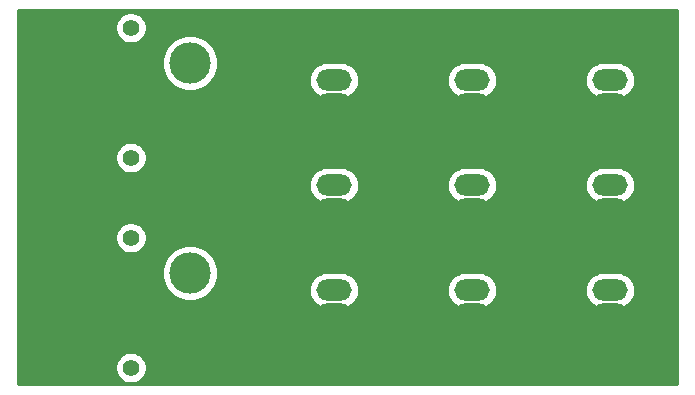
<source format=gbr>
%TF.GenerationSoftware,KiCad,Pcbnew,(5.1.9)-1*%
%TF.CreationDate,2021-11-23T19:16:45+00:00*%
%TF.ProjectId,BT2.0-parallel-board,4254322e-302d-4706-9172-616c6c656c2d,rev?*%
%TF.SameCoordinates,Original*%
%TF.FileFunction,Copper,L2,Bot*%
%TF.FilePolarity,Positive*%
%FSLAX46Y46*%
G04 Gerber Fmt 4.6, Leading zero omitted, Abs format (unit mm)*
G04 Created by KiCad (PCBNEW (5.1.9)-1) date 2021-11-23 19:16:45*
%MOMM*%
%LPD*%
G01*
G04 APERTURE LIST*
%TA.AperFunction,ComponentPad*%
%ADD10C,3.500000*%
%TD*%
%TA.AperFunction,ComponentPad*%
%ADD11R,3.500000X3.500000*%
%TD*%
%TA.AperFunction,ComponentPad*%
%ADD12C,1.400000*%
%TD*%
%TA.AperFunction,ComponentPad*%
%ADD13O,3.000000X1.800000*%
%TD*%
%TA.AperFunction,Conductor*%
%ADD14C,0.254000*%
%TD*%
%TA.AperFunction,Conductor*%
%ADD15C,0.100000*%
%TD*%
G04 APERTURE END LIST*
D10*
%TO.P,J11,2*%
%TO.N,VCC*%
X91440000Y-104220000D03*
D11*
%TO.P,J11,1*%
%TO.N,GND*%
X91440000Y-109220000D03*
D12*
%TO.P,J11,*%
%TO.N,*%
X86440000Y-101220000D03*
X86440000Y-112220000D03*
%TD*%
D13*
%TO.P,J9,1*%
%TO.N,GND*%
X127000000Y-125460000D03*
%TO.P,J9,2*%
%TO.N,VCC*%
X127000000Y-123460000D03*
%TD*%
%TO.P,J8,1*%
%TO.N,GND*%
X115316000Y-125460000D03*
%TO.P,J8,2*%
%TO.N,VCC*%
X115316000Y-123460000D03*
%TD*%
%TO.P,J7,1*%
%TO.N,GND*%
X103632000Y-125460000D03*
%TO.P,J7,2*%
%TO.N,VCC*%
X103632000Y-123460000D03*
%TD*%
%TO.P,J6,1*%
%TO.N,GND*%
X127000000Y-116570000D03*
%TO.P,J6,2*%
%TO.N,VCC*%
X127000000Y-114570000D03*
%TD*%
%TO.P,J5,1*%
%TO.N,GND*%
X115316000Y-116570000D03*
%TO.P,J5,2*%
%TO.N,VCC*%
X115316000Y-114570000D03*
%TD*%
%TO.P,J4,1*%
%TO.N,GND*%
X103632000Y-116570000D03*
%TO.P,J4,2*%
%TO.N,VCC*%
X103632000Y-114570000D03*
%TD*%
%TO.P,J3,1*%
%TO.N,GND*%
X127000000Y-107680000D03*
%TO.P,J3,2*%
%TO.N,VCC*%
X127000000Y-105680000D03*
%TD*%
%TO.P,J2,1*%
%TO.N,GND*%
X115316000Y-107680000D03*
%TO.P,J2,2*%
%TO.N,VCC*%
X115316000Y-105680000D03*
%TD*%
%TO.P,J1,1*%
%TO.N,GND*%
X103632000Y-107680000D03*
%TO.P,J1,2*%
%TO.N,VCC*%
X103632000Y-105680000D03*
%TD*%
D10*
%TO.P,J10,2*%
%TO.N,VCC*%
X91440000Y-122000000D03*
D11*
%TO.P,J10,1*%
%TO.N,GND*%
X91440000Y-127000000D03*
D12*
%TO.P,J10,*%
%TO.N,*%
X86440000Y-119000000D03*
X86440000Y-130000000D03*
%TD*%
D14*
%TO.N,GND*%
X132665001Y-131395000D02*
X76885000Y-131395000D01*
X76885000Y-129868514D01*
X85105000Y-129868514D01*
X85105000Y-130131486D01*
X85156304Y-130389405D01*
X85256939Y-130632359D01*
X85403038Y-130851013D01*
X85588987Y-131036962D01*
X85807641Y-131183061D01*
X86050595Y-131283696D01*
X86308514Y-131335000D01*
X86571486Y-131335000D01*
X86829405Y-131283696D01*
X87072359Y-131183061D01*
X87291013Y-131036962D01*
X87476962Y-130851013D01*
X87623061Y-130632359D01*
X87723696Y-130389405D01*
X87775000Y-130131486D01*
X87775000Y-129868514D01*
X87723696Y-129610595D01*
X87623061Y-129367641D01*
X87476962Y-129148987D01*
X87291013Y-128963038D01*
X87072359Y-128816939D01*
X86829405Y-128716304D01*
X86571486Y-128665000D01*
X86308514Y-128665000D01*
X86050595Y-128716304D01*
X85807641Y-128816939D01*
X85588987Y-128963038D01*
X85403038Y-129148987D01*
X85256939Y-129367641D01*
X85156304Y-129610595D01*
X85105000Y-129868514D01*
X76885000Y-129868514D01*
X76885000Y-121765098D01*
X89055000Y-121765098D01*
X89055000Y-122234902D01*
X89146654Y-122695679D01*
X89326440Y-123129721D01*
X89587450Y-123520349D01*
X89919651Y-123852550D01*
X90310279Y-124113560D01*
X90744321Y-124293346D01*
X91205098Y-124385000D01*
X91674902Y-124385000D01*
X92135679Y-124293346D01*
X92569721Y-124113560D01*
X92960349Y-123852550D01*
X93292550Y-123520349D01*
X93332874Y-123460000D01*
X101489573Y-123460000D01*
X101519210Y-123760913D01*
X101606983Y-124050261D01*
X101749519Y-124316927D01*
X101941339Y-124550661D01*
X102175073Y-124742481D01*
X102441739Y-124885017D01*
X102731087Y-124972790D01*
X102956592Y-124995000D01*
X104307408Y-124995000D01*
X104532913Y-124972790D01*
X104822261Y-124885017D01*
X105088927Y-124742481D01*
X105322661Y-124550661D01*
X105514481Y-124316927D01*
X105657017Y-124050261D01*
X105744790Y-123760913D01*
X105774427Y-123460000D01*
X113173573Y-123460000D01*
X113203210Y-123760913D01*
X113290983Y-124050261D01*
X113433519Y-124316927D01*
X113625339Y-124550661D01*
X113859073Y-124742481D01*
X114125739Y-124885017D01*
X114415087Y-124972790D01*
X114640592Y-124995000D01*
X115991408Y-124995000D01*
X116216913Y-124972790D01*
X116506261Y-124885017D01*
X116772927Y-124742481D01*
X117006661Y-124550661D01*
X117198481Y-124316927D01*
X117341017Y-124050261D01*
X117428790Y-123760913D01*
X117458427Y-123460000D01*
X124857573Y-123460000D01*
X124887210Y-123760913D01*
X124974983Y-124050261D01*
X125117519Y-124316927D01*
X125309339Y-124550661D01*
X125543073Y-124742481D01*
X125809739Y-124885017D01*
X126099087Y-124972790D01*
X126324592Y-124995000D01*
X127675408Y-124995000D01*
X127900913Y-124972790D01*
X128190261Y-124885017D01*
X128456927Y-124742481D01*
X128690661Y-124550661D01*
X128882481Y-124316927D01*
X129025017Y-124050261D01*
X129112790Y-123760913D01*
X129142427Y-123460000D01*
X129112790Y-123159087D01*
X129025017Y-122869739D01*
X128882481Y-122603073D01*
X128690661Y-122369339D01*
X128456927Y-122177519D01*
X128190261Y-122034983D01*
X127900913Y-121947210D01*
X127675408Y-121925000D01*
X126324592Y-121925000D01*
X126099087Y-121947210D01*
X125809739Y-122034983D01*
X125543073Y-122177519D01*
X125309339Y-122369339D01*
X125117519Y-122603073D01*
X124974983Y-122869739D01*
X124887210Y-123159087D01*
X124857573Y-123460000D01*
X117458427Y-123460000D01*
X117428790Y-123159087D01*
X117341017Y-122869739D01*
X117198481Y-122603073D01*
X117006661Y-122369339D01*
X116772927Y-122177519D01*
X116506261Y-122034983D01*
X116216913Y-121947210D01*
X115991408Y-121925000D01*
X114640592Y-121925000D01*
X114415087Y-121947210D01*
X114125739Y-122034983D01*
X113859073Y-122177519D01*
X113625339Y-122369339D01*
X113433519Y-122603073D01*
X113290983Y-122869739D01*
X113203210Y-123159087D01*
X113173573Y-123460000D01*
X105774427Y-123460000D01*
X105744790Y-123159087D01*
X105657017Y-122869739D01*
X105514481Y-122603073D01*
X105322661Y-122369339D01*
X105088927Y-122177519D01*
X104822261Y-122034983D01*
X104532913Y-121947210D01*
X104307408Y-121925000D01*
X102956592Y-121925000D01*
X102731087Y-121947210D01*
X102441739Y-122034983D01*
X102175073Y-122177519D01*
X101941339Y-122369339D01*
X101749519Y-122603073D01*
X101606983Y-122869739D01*
X101519210Y-123159087D01*
X101489573Y-123460000D01*
X93332874Y-123460000D01*
X93553560Y-123129721D01*
X93733346Y-122695679D01*
X93825000Y-122234902D01*
X93825000Y-121765098D01*
X93733346Y-121304321D01*
X93553560Y-120870279D01*
X93292550Y-120479651D01*
X92960349Y-120147450D01*
X92569721Y-119886440D01*
X92135679Y-119706654D01*
X91674902Y-119615000D01*
X91205098Y-119615000D01*
X90744321Y-119706654D01*
X90310279Y-119886440D01*
X89919651Y-120147450D01*
X89587450Y-120479651D01*
X89326440Y-120870279D01*
X89146654Y-121304321D01*
X89055000Y-121765098D01*
X76885000Y-121765098D01*
X76885000Y-118868514D01*
X85105000Y-118868514D01*
X85105000Y-119131486D01*
X85156304Y-119389405D01*
X85256939Y-119632359D01*
X85403038Y-119851013D01*
X85588987Y-120036962D01*
X85807641Y-120183061D01*
X86050595Y-120283696D01*
X86308514Y-120335000D01*
X86571486Y-120335000D01*
X86829405Y-120283696D01*
X87072359Y-120183061D01*
X87291013Y-120036962D01*
X87476962Y-119851013D01*
X87623061Y-119632359D01*
X87723696Y-119389405D01*
X87775000Y-119131486D01*
X87775000Y-118868514D01*
X87723696Y-118610595D01*
X87623061Y-118367641D01*
X87476962Y-118148987D01*
X87291013Y-117963038D01*
X87072359Y-117816939D01*
X86829405Y-117716304D01*
X86571486Y-117665000D01*
X86308514Y-117665000D01*
X86050595Y-117716304D01*
X85807641Y-117816939D01*
X85588987Y-117963038D01*
X85403038Y-118148987D01*
X85256939Y-118367641D01*
X85156304Y-118610595D01*
X85105000Y-118868514D01*
X76885000Y-118868514D01*
X76885000Y-114570000D01*
X101489573Y-114570000D01*
X101519210Y-114870913D01*
X101606983Y-115160261D01*
X101749519Y-115426927D01*
X101941339Y-115660661D01*
X102175073Y-115852481D01*
X102441739Y-115995017D01*
X102731087Y-116082790D01*
X102956592Y-116105000D01*
X104307408Y-116105000D01*
X104532913Y-116082790D01*
X104822261Y-115995017D01*
X105088927Y-115852481D01*
X105322661Y-115660661D01*
X105514481Y-115426927D01*
X105657017Y-115160261D01*
X105744790Y-114870913D01*
X105774427Y-114570000D01*
X113173573Y-114570000D01*
X113203210Y-114870913D01*
X113290983Y-115160261D01*
X113433519Y-115426927D01*
X113625339Y-115660661D01*
X113859073Y-115852481D01*
X114125739Y-115995017D01*
X114415087Y-116082790D01*
X114640592Y-116105000D01*
X115991408Y-116105000D01*
X116216913Y-116082790D01*
X116506261Y-115995017D01*
X116772927Y-115852481D01*
X117006661Y-115660661D01*
X117198481Y-115426927D01*
X117341017Y-115160261D01*
X117428790Y-114870913D01*
X117458427Y-114570000D01*
X124857573Y-114570000D01*
X124887210Y-114870913D01*
X124974983Y-115160261D01*
X125117519Y-115426927D01*
X125309339Y-115660661D01*
X125543073Y-115852481D01*
X125809739Y-115995017D01*
X126099087Y-116082790D01*
X126324592Y-116105000D01*
X127675408Y-116105000D01*
X127900913Y-116082790D01*
X128190261Y-115995017D01*
X128456927Y-115852481D01*
X128690661Y-115660661D01*
X128882481Y-115426927D01*
X129025017Y-115160261D01*
X129112790Y-114870913D01*
X129142427Y-114570000D01*
X129112790Y-114269087D01*
X129025017Y-113979739D01*
X128882481Y-113713073D01*
X128690661Y-113479339D01*
X128456927Y-113287519D01*
X128190261Y-113144983D01*
X127900913Y-113057210D01*
X127675408Y-113035000D01*
X126324592Y-113035000D01*
X126099087Y-113057210D01*
X125809739Y-113144983D01*
X125543073Y-113287519D01*
X125309339Y-113479339D01*
X125117519Y-113713073D01*
X124974983Y-113979739D01*
X124887210Y-114269087D01*
X124857573Y-114570000D01*
X117458427Y-114570000D01*
X117428790Y-114269087D01*
X117341017Y-113979739D01*
X117198481Y-113713073D01*
X117006661Y-113479339D01*
X116772927Y-113287519D01*
X116506261Y-113144983D01*
X116216913Y-113057210D01*
X115991408Y-113035000D01*
X114640592Y-113035000D01*
X114415087Y-113057210D01*
X114125739Y-113144983D01*
X113859073Y-113287519D01*
X113625339Y-113479339D01*
X113433519Y-113713073D01*
X113290983Y-113979739D01*
X113203210Y-114269087D01*
X113173573Y-114570000D01*
X105774427Y-114570000D01*
X105744790Y-114269087D01*
X105657017Y-113979739D01*
X105514481Y-113713073D01*
X105322661Y-113479339D01*
X105088927Y-113287519D01*
X104822261Y-113144983D01*
X104532913Y-113057210D01*
X104307408Y-113035000D01*
X102956592Y-113035000D01*
X102731087Y-113057210D01*
X102441739Y-113144983D01*
X102175073Y-113287519D01*
X101941339Y-113479339D01*
X101749519Y-113713073D01*
X101606983Y-113979739D01*
X101519210Y-114269087D01*
X101489573Y-114570000D01*
X76885000Y-114570000D01*
X76885000Y-112088514D01*
X85105000Y-112088514D01*
X85105000Y-112351486D01*
X85156304Y-112609405D01*
X85256939Y-112852359D01*
X85403038Y-113071013D01*
X85588987Y-113256962D01*
X85807641Y-113403061D01*
X86050595Y-113503696D01*
X86308514Y-113555000D01*
X86571486Y-113555000D01*
X86829405Y-113503696D01*
X87072359Y-113403061D01*
X87291013Y-113256962D01*
X87476962Y-113071013D01*
X87623061Y-112852359D01*
X87723696Y-112609405D01*
X87775000Y-112351486D01*
X87775000Y-112088514D01*
X87723696Y-111830595D01*
X87623061Y-111587641D01*
X87476962Y-111368987D01*
X87291013Y-111183038D01*
X87072359Y-111036939D01*
X86829405Y-110936304D01*
X86571486Y-110885000D01*
X86308514Y-110885000D01*
X86050595Y-110936304D01*
X85807641Y-111036939D01*
X85588987Y-111183038D01*
X85403038Y-111368987D01*
X85256939Y-111587641D01*
X85156304Y-111830595D01*
X85105000Y-112088514D01*
X76885000Y-112088514D01*
X76885000Y-103985098D01*
X89055000Y-103985098D01*
X89055000Y-104454902D01*
X89146654Y-104915679D01*
X89326440Y-105349721D01*
X89587450Y-105740349D01*
X89919651Y-106072550D01*
X90310279Y-106333560D01*
X90744321Y-106513346D01*
X91205098Y-106605000D01*
X91674902Y-106605000D01*
X92135679Y-106513346D01*
X92569721Y-106333560D01*
X92960349Y-106072550D01*
X93292550Y-105740349D01*
X93332874Y-105680000D01*
X101489573Y-105680000D01*
X101519210Y-105980913D01*
X101606983Y-106270261D01*
X101749519Y-106536927D01*
X101941339Y-106770661D01*
X102175073Y-106962481D01*
X102441739Y-107105017D01*
X102731087Y-107192790D01*
X102956592Y-107215000D01*
X104307408Y-107215000D01*
X104532913Y-107192790D01*
X104822261Y-107105017D01*
X105088927Y-106962481D01*
X105322661Y-106770661D01*
X105514481Y-106536927D01*
X105657017Y-106270261D01*
X105744790Y-105980913D01*
X105774427Y-105680000D01*
X113173573Y-105680000D01*
X113203210Y-105980913D01*
X113290983Y-106270261D01*
X113433519Y-106536927D01*
X113625339Y-106770661D01*
X113859073Y-106962481D01*
X114125739Y-107105017D01*
X114415087Y-107192790D01*
X114640592Y-107215000D01*
X115991408Y-107215000D01*
X116216913Y-107192790D01*
X116506261Y-107105017D01*
X116772927Y-106962481D01*
X117006661Y-106770661D01*
X117198481Y-106536927D01*
X117341017Y-106270261D01*
X117428790Y-105980913D01*
X117458427Y-105680000D01*
X124857573Y-105680000D01*
X124887210Y-105980913D01*
X124974983Y-106270261D01*
X125117519Y-106536927D01*
X125309339Y-106770661D01*
X125543073Y-106962481D01*
X125809739Y-107105017D01*
X126099087Y-107192790D01*
X126324592Y-107215000D01*
X127675408Y-107215000D01*
X127900913Y-107192790D01*
X128190261Y-107105017D01*
X128456927Y-106962481D01*
X128690661Y-106770661D01*
X128882481Y-106536927D01*
X129025017Y-106270261D01*
X129112790Y-105980913D01*
X129142427Y-105680000D01*
X129112790Y-105379087D01*
X129025017Y-105089739D01*
X128882481Y-104823073D01*
X128690661Y-104589339D01*
X128456927Y-104397519D01*
X128190261Y-104254983D01*
X127900913Y-104167210D01*
X127675408Y-104145000D01*
X126324592Y-104145000D01*
X126099087Y-104167210D01*
X125809739Y-104254983D01*
X125543073Y-104397519D01*
X125309339Y-104589339D01*
X125117519Y-104823073D01*
X124974983Y-105089739D01*
X124887210Y-105379087D01*
X124857573Y-105680000D01*
X117458427Y-105680000D01*
X117428790Y-105379087D01*
X117341017Y-105089739D01*
X117198481Y-104823073D01*
X117006661Y-104589339D01*
X116772927Y-104397519D01*
X116506261Y-104254983D01*
X116216913Y-104167210D01*
X115991408Y-104145000D01*
X114640592Y-104145000D01*
X114415087Y-104167210D01*
X114125739Y-104254983D01*
X113859073Y-104397519D01*
X113625339Y-104589339D01*
X113433519Y-104823073D01*
X113290983Y-105089739D01*
X113203210Y-105379087D01*
X113173573Y-105680000D01*
X105774427Y-105680000D01*
X105744790Y-105379087D01*
X105657017Y-105089739D01*
X105514481Y-104823073D01*
X105322661Y-104589339D01*
X105088927Y-104397519D01*
X104822261Y-104254983D01*
X104532913Y-104167210D01*
X104307408Y-104145000D01*
X102956592Y-104145000D01*
X102731087Y-104167210D01*
X102441739Y-104254983D01*
X102175073Y-104397519D01*
X101941339Y-104589339D01*
X101749519Y-104823073D01*
X101606983Y-105089739D01*
X101519210Y-105379087D01*
X101489573Y-105680000D01*
X93332874Y-105680000D01*
X93553560Y-105349721D01*
X93733346Y-104915679D01*
X93825000Y-104454902D01*
X93825000Y-103985098D01*
X93733346Y-103524321D01*
X93553560Y-103090279D01*
X93292550Y-102699651D01*
X92960349Y-102367450D01*
X92569721Y-102106440D01*
X92135679Y-101926654D01*
X91674902Y-101835000D01*
X91205098Y-101835000D01*
X90744321Y-101926654D01*
X90310279Y-102106440D01*
X89919651Y-102367450D01*
X89587450Y-102699651D01*
X89326440Y-103090279D01*
X89146654Y-103524321D01*
X89055000Y-103985098D01*
X76885000Y-103985098D01*
X76885000Y-101088514D01*
X85105000Y-101088514D01*
X85105000Y-101351486D01*
X85156304Y-101609405D01*
X85256939Y-101852359D01*
X85403038Y-102071013D01*
X85588987Y-102256962D01*
X85807641Y-102403061D01*
X86050595Y-102503696D01*
X86308514Y-102555000D01*
X86571486Y-102555000D01*
X86829405Y-102503696D01*
X87072359Y-102403061D01*
X87291013Y-102256962D01*
X87476962Y-102071013D01*
X87623061Y-101852359D01*
X87723696Y-101609405D01*
X87775000Y-101351486D01*
X87775000Y-101088514D01*
X87723696Y-100830595D01*
X87623061Y-100587641D01*
X87476962Y-100368987D01*
X87291013Y-100183038D01*
X87072359Y-100036939D01*
X86829405Y-99936304D01*
X86571486Y-99885000D01*
X86308514Y-99885000D01*
X86050595Y-99936304D01*
X85807641Y-100036939D01*
X85588987Y-100183038D01*
X85403038Y-100368987D01*
X85256939Y-100587641D01*
X85156304Y-100830595D01*
X85105000Y-101088514D01*
X76885000Y-101088514D01*
X76885000Y-99745000D01*
X132665000Y-99745000D01*
X132665001Y-131395000D01*
%TA.AperFunction,Conductor*%
D15*
G36*
X132665001Y-131395000D02*
G01*
X76885000Y-131395000D01*
X76885000Y-129868514D01*
X85105000Y-129868514D01*
X85105000Y-130131486D01*
X85156304Y-130389405D01*
X85256939Y-130632359D01*
X85403038Y-130851013D01*
X85588987Y-131036962D01*
X85807641Y-131183061D01*
X86050595Y-131283696D01*
X86308514Y-131335000D01*
X86571486Y-131335000D01*
X86829405Y-131283696D01*
X87072359Y-131183061D01*
X87291013Y-131036962D01*
X87476962Y-130851013D01*
X87623061Y-130632359D01*
X87723696Y-130389405D01*
X87775000Y-130131486D01*
X87775000Y-129868514D01*
X87723696Y-129610595D01*
X87623061Y-129367641D01*
X87476962Y-129148987D01*
X87291013Y-128963038D01*
X87072359Y-128816939D01*
X86829405Y-128716304D01*
X86571486Y-128665000D01*
X86308514Y-128665000D01*
X86050595Y-128716304D01*
X85807641Y-128816939D01*
X85588987Y-128963038D01*
X85403038Y-129148987D01*
X85256939Y-129367641D01*
X85156304Y-129610595D01*
X85105000Y-129868514D01*
X76885000Y-129868514D01*
X76885000Y-121765098D01*
X89055000Y-121765098D01*
X89055000Y-122234902D01*
X89146654Y-122695679D01*
X89326440Y-123129721D01*
X89587450Y-123520349D01*
X89919651Y-123852550D01*
X90310279Y-124113560D01*
X90744321Y-124293346D01*
X91205098Y-124385000D01*
X91674902Y-124385000D01*
X92135679Y-124293346D01*
X92569721Y-124113560D01*
X92960349Y-123852550D01*
X93292550Y-123520349D01*
X93332874Y-123460000D01*
X101489573Y-123460000D01*
X101519210Y-123760913D01*
X101606983Y-124050261D01*
X101749519Y-124316927D01*
X101941339Y-124550661D01*
X102175073Y-124742481D01*
X102441739Y-124885017D01*
X102731087Y-124972790D01*
X102956592Y-124995000D01*
X104307408Y-124995000D01*
X104532913Y-124972790D01*
X104822261Y-124885017D01*
X105088927Y-124742481D01*
X105322661Y-124550661D01*
X105514481Y-124316927D01*
X105657017Y-124050261D01*
X105744790Y-123760913D01*
X105774427Y-123460000D01*
X113173573Y-123460000D01*
X113203210Y-123760913D01*
X113290983Y-124050261D01*
X113433519Y-124316927D01*
X113625339Y-124550661D01*
X113859073Y-124742481D01*
X114125739Y-124885017D01*
X114415087Y-124972790D01*
X114640592Y-124995000D01*
X115991408Y-124995000D01*
X116216913Y-124972790D01*
X116506261Y-124885017D01*
X116772927Y-124742481D01*
X117006661Y-124550661D01*
X117198481Y-124316927D01*
X117341017Y-124050261D01*
X117428790Y-123760913D01*
X117458427Y-123460000D01*
X124857573Y-123460000D01*
X124887210Y-123760913D01*
X124974983Y-124050261D01*
X125117519Y-124316927D01*
X125309339Y-124550661D01*
X125543073Y-124742481D01*
X125809739Y-124885017D01*
X126099087Y-124972790D01*
X126324592Y-124995000D01*
X127675408Y-124995000D01*
X127900913Y-124972790D01*
X128190261Y-124885017D01*
X128456927Y-124742481D01*
X128690661Y-124550661D01*
X128882481Y-124316927D01*
X129025017Y-124050261D01*
X129112790Y-123760913D01*
X129142427Y-123460000D01*
X129112790Y-123159087D01*
X129025017Y-122869739D01*
X128882481Y-122603073D01*
X128690661Y-122369339D01*
X128456927Y-122177519D01*
X128190261Y-122034983D01*
X127900913Y-121947210D01*
X127675408Y-121925000D01*
X126324592Y-121925000D01*
X126099087Y-121947210D01*
X125809739Y-122034983D01*
X125543073Y-122177519D01*
X125309339Y-122369339D01*
X125117519Y-122603073D01*
X124974983Y-122869739D01*
X124887210Y-123159087D01*
X124857573Y-123460000D01*
X117458427Y-123460000D01*
X117428790Y-123159087D01*
X117341017Y-122869739D01*
X117198481Y-122603073D01*
X117006661Y-122369339D01*
X116772927Y-122177519D01*
X116506261Y-122034983D01*
X116216913Y-121947210D01*
X115991408Y-121925000D01*
X114640592Y-121925000D01*
X114415087Y-121947210D01*
X114125739Y-122034983D01*
X113859073Y-122177519D01*
X113625339Y-122369339D01*
X113433519Y-122603073D01*
X113290983Y-122869739D01*
X113203210Y-123159087D01*
X113173573Y-123460000D01*
X105774427Y-123460000D01*
X105744790Y-123159087D01*
X105657017Y-122869739D01*
X105514481Y-122603073D01*
X105322661Y-122369339D01*
X105088927Y-122177519D01*
X104822261Y-122034983D01*
X104532913Y-121947210D01*
X104307408Y-121925000D01*
X102956592Y-121925000D01*
X102731087Y-121947210D01*
X102441739Y-122034983D01*
X102175073Y-122177519D01*
X101941339Y-122369339D01*
X101749519Y-122603073D01*
X101606983Y-122869739D01*
X101519210Y-123159087D01*
X101489573Y-123460000D01*
X93332874Y-123460000D01*
X93553560Y-123129721D01*
X93733346Y-122695679D01*
X93825000Y-122234902D01*
X93825000Y-121765098D01*
X93733346Y-121304321D01*
X93553560Y-120870279D01*
X93292550Y-120479651D01*
X92960349Y-120147450D01*
X92569721Y-119886440D01*
X92135679Y-119706654D01*
X91674902Y-119615000D01*
X91205098Y-119615000D01*
X90744321Y-119706654D01*
X90310279Y-119886440D01*
X89919651Y-120147450D01*
X89587450Y-120479651D01*
X89326440Y-120870279D01*
X89146654Y-121304321D01*
X89055000Y-121765098D01*
X76885000Y-121765098D01*
X76885000Y-118868514D01*
X85105000Y-118868514D01*
X85105000Y-119131486D01*
X85156304Y-119389405D01*
X85256939Y-119632359D01*
X85403038Y-119851013D01*
X85588987Y-120036962D01*
X85807641Y-120183061D01*
X86050595Y-120283696D01*
X86308514Y-120335000D01*
X86571486Y-120335000D01*
X86829405Y-120283696D01*
X87072359Y-120183061D01*
X87291013Y-120036962D01*
X87476962Y-119851013D01*
X87623061Y-119632359D01*
X87723696Y-119389405D01*
X87775000Y-119131486D01*
X87775000Y-118868514D01*
X87723696Y-118610595D01*
X87623061Y-118367641D01*
X87476962Y-118148987D01*
X87291013Y-117963038D01*
X87072359Y-117816939D01*
X86829405Y-117716304D01*
X86571486Y-117665000D01*
X86308514Y-117665000D01*
X86050595Y-117716304D01*
X85807641Y-117816939D01*
X85588987Y-117963038D01*
X85403038Y-118148987D01*
X85256939Y-118367641D01*
X85156304Y-118610595D01*
X85105000Y-118868514D01*
X76885000Y-118868514D01*
X76885000Y-114570000D01*
X101489573Y-114570000D01*
X101519210Y-114870913D01*
X101606983Y-115160261D01*
X101749519Y-115426927D01*
X101941339Y-115660661D01*
X102175073Y-115852481D01*
X102441739Y-115995017D01*
X102731087Y-116082790D01*
X102956592Y-116105000D01*
X104307408Y-116105000D01*
X104532913Y-116082790D01*
X104822261Y-115995017D01*
X105088927Y-115852481D01*
X105322661Y-115660661D01*
X105514481Y-115426927D01*
X105657017Y-115160261D01*
X105744790Y-114870913D01*
X105774427Y-114570000D01*
X113173573Y-114570000D01*
X113203210Y-114870913D01*
X113290983Y-115160261D01*
X113433519Y-115426927D01*
X113625339Y-115660661D01*
X113859073Y-115852481D01*
X114125739Y-115995017D01*
X114415087Y-116082790D01*
X114640592Y-116105000D01*
X115991408Y-116105000D01*
X116216913Y-116082790D01*
X116506261Y-115995017D01*
X116772927Y-115852481D01*
X117006661Y-115660661D01*
X117198481Y-115426927D01*
X117341017Y-115160261D01*
X117428790Y-114870913D01*
X117458427Y-114570000D01*
X124857573Y-114570000D01*
X124887210Y-114870913D01*
X124974983Y-115160261D01*
X125117519Y-115426927D01*
X125309339Y-115660661D01*
X125543073Y-115852481D01*
X125809739Y-115995017D01*
X126099087Y-116082790D01*
X126324592Y-116105000D01*
X127675408Y-116105000D01*
X127900913Y-116082790D01*
X128190261Y-115995017D01*
X128456927Y-115852481D01*
X128690661Y-115660661D01*
X128882481Y-115426927D01*
X129025017Y-115160261D01*
X129112790Y-114870913D01*
X129142427Y-114570000D01*
X129112790Y-114269087D01*
X129025017Y-113979739D01*
X128882481Y-113713073D01*
X128690661Y-113479339D01*
X128456927Y-113287519D01*
X128190261Y-113144983D01*
X127900913Y-113057210D01*
X127675408Y-113035000D01*
X126324592Y-113035000D01*
X126099087Y-113057210D01*
X125809739Y-113144983D01*
X125543073Y-113287519D01*
X125309339Y-113479339D01*
X125117519Y-113713073D01*
X124974983Y-113979739D01*
X124887210Y-114269087D01*
X124857573Y-114570000D01*
X117458427Y-114570000D01*
X117428790Y-114269087D01*
X117341017Y-113979739D01*
X117198481Y-113713073D01*
X117006661Y-113479339D01*
X116772927Y-113287519D01*
X116506261Y-113144983D01*
X116216913Y-113057210D01*
X115991408Y-113035000D01*
X114640592Y-113035000D01*
X114415087Y-113057210D01*
X114125739Y-113144983D01*
X113859073Y-113287519D01*
X113625339Y-113479339D01*
X113433519Y-113713073D01*
X113290983Y-113979739D01*
X113203210Y-114269087D01*
X113173573Y-114570000D01*
X105774427Y-114570000D01*
X105744790Y-114269087D01*
X105657017Y-113979739D01*
X105514481Y-113713073D01*
X105322661Y-113479339D01*
X105088927Y-113287519D01*
X104822261Y-113144983D01*
X104532913Y-113057210D01*
X104307408Y-113035000D01*
X102956592Y-113035000D01*
X102731087Y-113057210D01*
X102441739Y-113144983D01*
X102175073Y-113287519D01*
X101941339Y-113479339D01*
X101749519Y-113713073D01*
X101606983Y-113979739D01*
X101519210Y-114269087D01*
X101489573Y-114570000D01*
X76885000Y-114570000D01*
X76885000Y-112088514D01*
X85105000Y-112088514D01*
X85105000Y-112351486D01*
X85156304Y-112609405D01*
X85256939Y-112852359D01*
X85403038Y-113071013D01*
X85588987Y-113256962D01*
X85807641Y-113403061D01*
X86050595Y-113503696D01*
X86308514Y-113555000D01*
X86571486Y-113555000D01*
X86829405Y-113503696D01*
X87072359Y-113403061D01*
X87291013Y-113256962D01*
X87476962Y-113071013D01*
X87623061Y-112852359D01*
X87723696Y-112609405D01*
X87775000Y-112351486D01*
X87775000Y-112088514D01*
X87723696Y-111830595D01*
X87623061Y-111587641D01*
X87476962Y-111368987D01*
X87291013Y-111183038D01*
X87072359Y-111036939D01*
X86829405Y-110936304D01*
X86571486Y-110885000D01*
X86308514Y-110885000D01*
X86050595Y-110936304D01*
X85807641Y-111036939D01*
X85588987Y-111183038D01*
X85403038Y-111368987D01*
X85256939Y-111587641D01*
X85156304Y-111830595D01*
X85105000Y-112088514D01*
X76885000Y-112088514D01*
X76885000Y-103985098D01*
X89055000Y-103985098D01*
X89055000Y-104454902D01*
X89146654Y-104915679D01*
X89326440Y-105349721D01*
X89587450Y-105740349D01*
X89919651Y-106072550D01*
X90310279Y-106333560D01*
X90744321Y-106513346D01*
X91205098Y-106605000D01*
X91674902Y-106605000D01*
X92135679Y-106513346D01*
X92569721Y-106333560D01*
X92960349Y-106072550D01*
X93292550Y-105740349D01*
X93332874Y-105680000D01*
X101489573Y-105680000D01*
X101519210Y-105980913D01*
X101606983Y-106270261D01*
X101749519Y-106536927D01*
X101941339Y-106770661D01*
X102175073Y-106962481D01*
X102441739Y-107105017D01*
X102731087Y-107192790D01*
X102956592Y-107215000D01*
X104307408Y-107215000D01*
X104532913Y-107192790D01*
X104822261Y-107105017D01*
X105088927Y-106962481D01*
X105322661Y-106770661D01*
X105514481Y-106536927D01*
X105657017Y-106270261D01*
X105744790Y-105980913D01*
X105774427Y-105680000D01*
X113173573Y-105680000D01*
X113203210Y-105980913D01*
X113290983Y-106270261D01*
X113433519Y-106536927D01*
X113625339Y-106770661D01*
X113859073Y-106962481D01*
X114125739Y-107105017D01*
X114415087Y-107192790D01*
X114640592Y-107215000D01*
X115991408Y-107215000D01*
X116216913Y-107192790D01*
X116506261Y-107105017D01*
X116772927Y-106962481D01*
X117006661Y-106770661D01*
X117198481Y-106536927D01*
X117341017Y-106270261D01*
X117428790Y-105980913D01*
X117458427Y-105680000D01*
X124857573Y-105680000D01*
X124887210Y-105980913D01*
X124974983Y-106270261D01*
X125117519Y-106536927D01*
X125309339Y-106770661D01*
X125543073Y-106962481D01*
X125809739Y-107105017D01*
X126099087Y-107192790D01*
X126324592Y-107215000D01*
X127675408Y-107215000D01*
X127900913Y-107192790D01*
X128190261Y-107105017D01*
X128456927Y-106962481D01*
X128690661Y-106770661D01*
X128882481Y-106536927D01*
X129025017Y-106270261D01*
X129112790Y-105980913D01*
X129142427Y-105680000D01*
X129112790Y-105379087D01*
X129025017Y-105089739D01*
X128882481Y-104823073D01*
X128690661Y-104589339D01*
X128456927Y-104397519D01*
X128190261Y-104254983D01*
X127900913Y-104167210D01*
X127675408Y-104145000D01*
X126324592Y-104145000D01*
X126099087Y-104167210D01*
X125809739Y-104254983D01*
X125543073Y-104397519D01*
X125309339Y-104589339D01*
X125117519Y-104823073D01*
X124974983Y-105089739D01*
X124887210Y-105379087D01*
X124857573Y-105680000D01*
X117458427Y-105680000D01*
X117428790Y-105379087D01*
X117341017Y-105089739D01*
X117198481Y-104823073D01*
X117006661Y-104589339D01*
X116772927Y-104397519D01*
X116506261Y-104254983D01*
X116216913Y-104167210D01*
X115991408Y-104145000D01*
X114640592Y-104145000D01*
X114415087Y-104167210D01*
X114125739Y-104254983D01*
X113859073Y-104397519D01*
X113625339Y-104589339D01*
X113433519Y-104823073D01*
X113290983Y-105089739D01*
X113203210Y-105379087D01*
X113173573Y-105680000D01*
X105774427Y-105680000D01*
X105744790Y-105379087D01*
X105657017Y-105089739D01*
X105514481Y-104823073D01*
X105322661Y-104589339D01*
X105088927Y-104397519D01*
X104822261Y-104254983D01*
X104532913Y-104167210D01*
X104307408Y-104145000D01*
X102956592Y-104145000D01*
X102731087Y-104167210D01*
X102441739Y-104254983D01*
X102175073Y-104397519D01*
X101941339Y-104589339D01*
X101749519Y-104823073D01*
X101606983Y-105089739D01*
X101519210Y-105379087D01*
X101489573Y-105680000D01*
X93332874Y-105680000D01*
X93553560Y-105349721D01*
X93733346Y-104915679D01*
X93825000Y-104454902D01*
X93825000Y-103985098D01*
X93733346Y-103524321D01*
X93553560Y-103090279D01*
X93292550Y-102699651D01*
X92960349Y-102367450D01*
X92569721Y-102106440D01*
X92135679Y-101926654D01*
X91674902Y-101835000D01*
X91205098Y-101835000D01*
X90744321Y-101926654D01*
X90310279Y-102106440D01*
X89919651Y-102367450D01*
X89587450Y-102699651D01*
X89326440Y-103090279D01*
X89146654Y-103524321D01*
X89055000Y-103985098D01*
X76885000Y-103985098D01*
X76885000Y-101088514D01*
X85105000Y-101088514D01*
X85105000Y-101351486D01*
X85156304Y-101609405D01*
X85256939Y-101852359D01*
X85403038Y-102071013D01*
X85588987Y-102256962D01*
X85807641Y-102403061D01*
X86050595Y-102503696D01*
X86308514Y-102555000D01*
X86571486Y-102555000D01*
X86829405Y-102503696D01*
X87072359Y-102403061D01*
X87291013Y-102256962D01*
X87476962Y-102071013D01*
X87623061Y-101852359D01*
X87723696Y-101609405D01*
X87775000Y-101351486D01*
X87775000Y-101088514D01*
X87723696Y-100830595D01*
X87623061Y-100587641D01*
X87476962Y-100368987D01*
X87291013Y-100183038D01*
X87072359Y-100036939D01*
X86829405Y-99936304D01*
X86571486Y-99885000D01*
X86308514Y-99885000D01*
X86050595Y-99936304D01*
X85807641Y-100036939D01*
X85588987Y-100183038D01*
X85403038Y-100368987D01*
X85256939Y-100587641D01*
X85156304Y-100830595D01*
X85105000Y-101088514D01*
X76885000Y-101088514D01*
X76885000Y-99745000D01*
X132665000Y-99745000D01*
X132665001Y-131395000D01*
G37*
%TD.AperFunction*%
%TD*%
M02*

</source>
